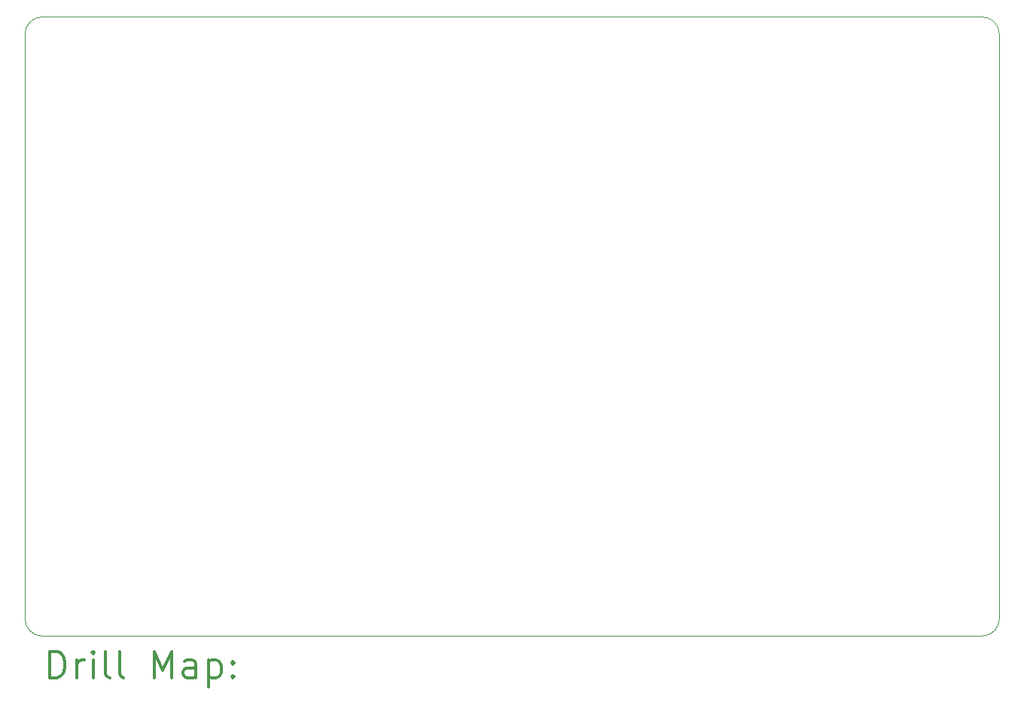
<source format=gbr>
%FSLAX45Y45*%
G04 Gerber Fmt 4.5, Leading zero omitted, Abs format (unit mm)*
G04 Created by KiCad (PCBNEW (5.1.9)-1) date 2021-05-27 04:12:52*
%MOMM*%
%LPD*%
G01*
G04 APERTURE LIST*
%TA.AperFunction,Profile*%
%ADD10C,0.100000*%
%TD*%
%ADD11C,0.200000*%
%ADD12C,0.300000*%
G04 APERTURE END LIST*
D10*
X17100000Y-3880000D02*
G75*
G02*
X17300000Y-4080000I0J-200000D01*
G01*
X17300000Y-10650000D02*
G75*
G02*
X17100000Y-10850000I-200000J0D01*
G01*
X6540000Y-10850000D02*
G75*
G02*
X6340000Y-10650000I0J200000D01*
G01*
X6340000Y-4080000D02*
X6340000Y-10650000D01*
X17100000Y-3880000D02*
X6540000Y-3880000D01*
X6340000Y-4080000D02*
G75*
G02*
X6540000Y-3880000I200000J0D01*
G01*
X17300000Y-10650000D02*
X17300000Y-4080000D01*
X6540000Y-10850000D02*
X17100000Y-10850000D01*
D11*
D12*
X6621428Y-11320714D02*
X6621428Y-11020714D01*
X6692857Y-11020714D01*
X6735714Y-11035000D01*
X6764286Y-11063572D01*
X6778571Y-11092143D01*
X6792857Y-11149286D01*
X6792857Y-11192143D01*
X6778571Y-11249286D01*
X6764286Y-11277857D01*
X6735714Y-11306429D01*
X6692857Y-11320714D01*
X6621428Y-11320714D01*
X6921428Y-11320714D02*
X6921428Y-11120714D01*
X6921428Y-11177857D02*
X6935714Y-11149286D01*
X6950000Y-11135000D01*
X6978571Y-11120714D01*
X7007143Y-11120714D01*
X7107143Y-11320714D02*
X7107143Y-11120714D01*
X7107143Y-11020714D02*
X7092857Y-11035000D01*
X7107143Y-11049286D01*
X7121428Y-11035000D01*
X7107143Y-11020714D01*
X7107143Y-11049286D01*
X7292857Y-11320714D02*
X7264286Y-11306429D01*
X7250000Y-11277857D01*
X7250000Y-11020714D01*
X7450000Y-11320714D02*
X7421428Y-11306429D01*
X7407143Y-11277857D01*
X7407143Y-11020714D01*
X7792857Y-11320714D02*
X7792857Y-11020714D01*
X7892857Y-11235000D01*
X7992857Y-11020714D01*
X7992857Y-11320714D01*
X8264286Y-11320714D02*
X8264286Y-11163572D01*
X8250000Y-11135000D01*
X8221428Y-11120714D01*
X8164286Y-11120714D01*
X8135714Y-11135000D01*
X8264286Y-11306429D02*
X8235714Y-11320714D01*
X8164286Y-11320714D01*
X8135714Y-11306429D01*
X8121428Y-11277857D01*
X8121428Y-11249286D01*
X8135714Y-11220714D01*
X8164286Y-11206429D01*
X8235714Y-11206429D01*
X8264286Y-11192143D01*
X8407143Y-11120714D02*
X8407143Y-11420714D01*
X8407143Y-11135000D02*
X8435714Y-11120714D01*
X8492857Y-11120714D01*
X8521428Y-11135000D01*
X8535714Y-11149286D01*
X8550000Y-11177857D01*
X8550000Y-11263571D01*
X8535714Y-11292143D01*
X8521428Y-11306429D01*
X8492857Y-11320714D01*
X8435714Y-11320714D01*
X8407143Y-11306429D01*
X8678571Y-11292143D02*
X8692857Y-11306429D01*
X8678571Y-11320714D01*
X8664286Y-11306429D01*
X8678571Y-11292143D01*
X8678571Y-11320714D01*
X8678571Y-11135000D02*
X8692857Y-11149286D01*
X8678571Y-11163572D01*
X8664286Y-11149286D01*
X8678571Y-11135000D01*
X8678571Y-11163572D01*
M02*

</source>
